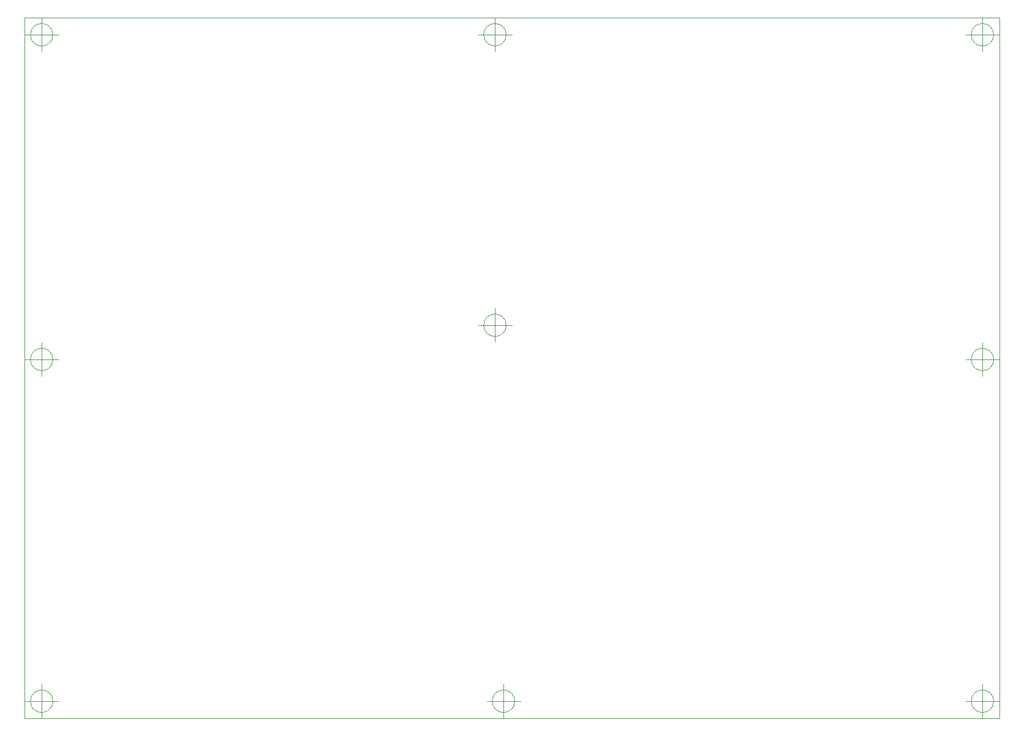
<source format=gbr>
%TF.GenerationSoftware,KiCad,Pcbnew,5.1.8*%
%TF.CreationDate,2020-12-04T02:47:43+00:00*%
%TF.ProjectId,controller_mixer_pcb,636f6e74-726f-46c6-9c65-725f6d697865,rev?*%
%TF.SameCoordinates,Original*%
%TF.FileFunction,Profile,NP*%
%FSLAX46Y46*%
G04 Gerber Fmt 4.6, Leading zero omitted, Abs format (unit mm)*
G04 Created by KiCad (PCBNEW 5.1.8) date 2020-12-04 02:47:43*
%MOMM*%
%LPD*%
G01*
G04 APERTURE LIST*
%TA.AperFunction,Profile*%
%ADD10C,0.050000*%
%TD*%
G04 APERTURE END LIST*
D10*
X129936666Y-41910000D02*
G75*
G03*
X129936666Y-41910000I-1666666J0D01*
G01*
X125770000Y-41910000D02*
X130770000Y-41910000D01*
X128270000Y-39410000D02*
X128270000Y-44410000D01*
X202326666Y-140970000D02*
G75*
G03*
X202326666Y-140970000I-1666666J0D01*
G01*
X198160000Y-140970000D02*
X203160000Y-140970000D01*
X200660000Y-138470000D02*
X200660000Y-143470000D01*
X131206666Y-140970000D02*
G75*
G03*
X131206666Y-140970000I-1666666J0D01*
G01*
X127040000Y-140970000D02*
X132040000Y-140970000D01*
X129540000Y-138470000D02*
X129540000Y-143470000D01*
X62626666Y-140970000D02*
G75*
G03*
X62626666Y-140970000I-1666666J0D01*
G01*
X58460000Y-140970000D02*
X63460000Y-140970000D01*
X60960000Y-138470000D02*
X60960000Y-143470000D01*
X62626666Y-90170000D02*
G75*
G03*
X62626666Y-90170000I-1666666J0D01*
G01*
X58460000Y-90170000D02*
X63460000Y-90170000D01*
X60960000Y-87670000D02*
X60960000Y-92670000D01*
X202326666Y-90170000D02*
G75*
G03*
X202326666Y-90170000I-1666666J0D01*
G01*
X198160000Y-90170000D02*
X203160000Y-90170000D01*
X200660000Y-87670000D02*
X200660000Y-92670000D01*
X129936666Y-85090000D02*
G75*
G03*
X129936666Y-85090000I-1666666J0D01*
G01*
X125770000Y-85090000D02*
X130770000Y-85090000D01*
X128270000Y-82590000D02*
X128270000Y-87590000D01*
X62626666Y-41910000D02*
G75*
G03*
X62626666Y-41910000I-1666666J0D01*
G01*
X58460000Y-41910000D02*
X63460000Y-41910000D01*
X60960000Y-39410000D02*
X60960000Y-44410000D01*
X202326666Y-41910000D02*
G75*
G03*
X202326666Y-41910000I-1666666J0D01*
G01*
X198160000Y-41910000D02*
X203160000Y-41910000D01*
X200660000Y-39410000D02*
X200660000Y-44410000D01*
X203200000Y-39370000D02*
X58420000Y-39370000D01*
X203200000Y-143510000D02*
X203200000Y-39370000D01*
X58420000Y-143510000D02*
X203200000Y-143510000D01*
X58420000Y-39370000D02*
X58420000Y-143510000D01*
M02*

</source>
